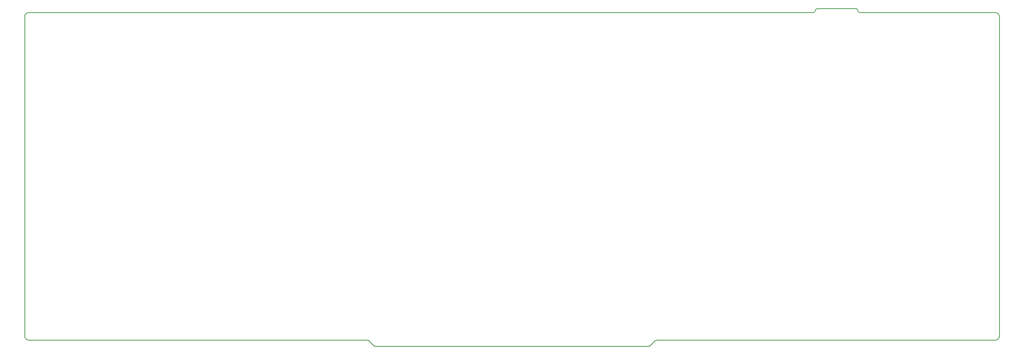
<source format=gm1>
G04 #@! TF.GenerationSoftware,KiCad,Pcbnew,5.0.1*
G04 #@! TF.CreationDate,2018-11-17T21:30:07-02:00*
G04 #@! TF.ProjectId,ortho40,6F7274686F34302E6B696361645F7063,rev?*
G04 #@! TF.SameCoordinates,Original*
G04 #@! TF.FileFunction,Profile,NP*
%FSLAX46Y46*%
G04 Gerber Fmt 4.6, Leading zero omitted, Abs format (unit mm)*
G04 Created by KiCad (PCBNEW 5.0.1) date Sat 17 Nov 2018 09:30:07 PM -02*
%MOMM*%
%LPD*%
G01*
G04 APERTURE LIST*
%ADD10C,0.150000*%
G04 APERTURE END LIST*
D10*
X181925000Y-141075000D02*
X261725000Y-141075000D01*
X180500000Y-142500000D02*
X181925000Y-141075000D01*
X115900000Y-142500000D02*
X180500000Y-142500000D01*
X114475000Y-141075000D02*
X115900000Y-142500000D01*
X34675000Y-141075000D02*
X114475000Y-141075000D01*
X218975000Y-64125000D02*
X218025000Y-64125000D01*
X228950000Y-63175000D02*
X219925000Y-63175000D01*
X228950000Y-63175000D02*
G75*
G02X229425000Y-63650000I0J-475000D01*
G01*
X229900000Y-64125000D02*
G75*
G02X229425000Y-63650000I0J475000D01*
G01*
X219450000Y-63650000D02*
G75*
G02X218975000Y-64125000I-475000J0D01*
G01*
X219450000Y-63650000D02*
G75*
G02X219925000Y-63175000I475000J0D01*
G01*
X229900000Y-64125000D02*
X261725000Y-64125000D01*
X34675000Y-64125000D02*
X218025000Y-64125000D01*
X33725000Y-65075000D02*
G75*
G02X34675000Y-64125000I950000J0D01*
G01*
X33725000Y-140125000D02*
X33725000Y-65075000D01*
X34675000Y-141075000D02*
G75*
G02X33725000Y-140125000I0J950000D01*
G01*
X262675000Y-140125000D02*
G75*
G02X261725000Y-141075000I-950000J0D01*
G01*
X262675000Y-65075000D02*
X262675000Y-140125000D01*
X261725000Y-64125000D02*
G75*
G02X262675000Y-65075000I0J-950000D01*
G01*
M02*

</source>
